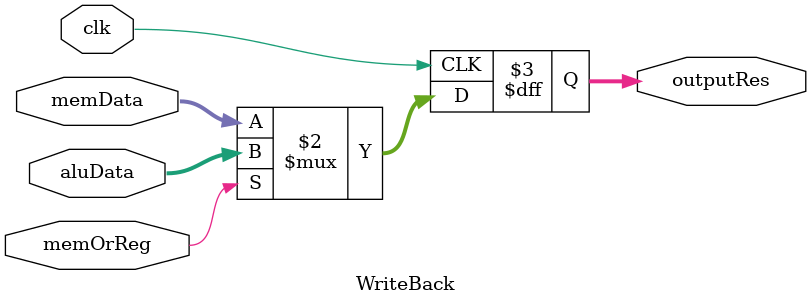
<source format=v>

/*
Module name   : Write Back 
Author	      : Ziad Sherif
Functionality : A simple write back module which received data from alu and data memory , and choose one of them dependent on Memory-Reg-Bit
*/

module WriteBack (
    memOrReg,
    memData,
    aluData,
    outputRes,
    clk
);
  input memOrReg, clk;
  input [15:0] memData, aluData;
  output reg [15:0] outputRes;

  always @(posedge clk) begin
		#1
		outputRes = memOrReg ? aluData : memData;
  end

endmodule

</source>
